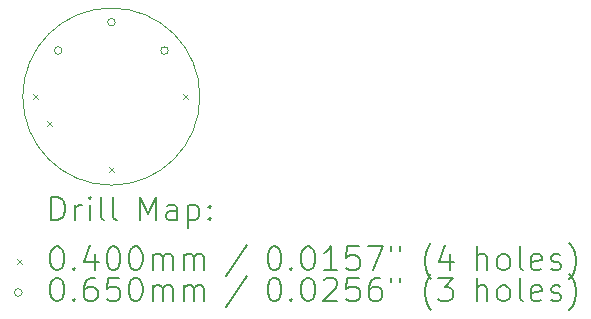
<source format=gbr>
%TF.GenerationSoftware,KiCad,Pcbnew,(7.0.0)*%
%TF.CreationDate,2024-02-11T00:04:22+02:00*%
%TF.ProjectId,cap-touch-sensor,6361702d-746f-4756-9368-2d73656e736f,rev?*%
%TF.SameCoordinates,Original*%
%TF.FileFunction,Drillmap*%
%TF.FilePolarity,Positive*%
%FSLAX45Y45*%
G04 Gerber Fmt 4.5, Leading zero omitted, Abs format (unit mm)*
G04 Created by KiCad (PCBNEW (7.0.0)) date 2024-02-11 00:04:22*
%MOMM*%
%LPD*%
G01*
G04 APERTURE LIST*
%ADD10C,0.100000*%
%ADD11C,0.200000*%
%ADD12C,0.040000*%
%ADD13C,0.065000*%
G04 APERTURE END LIST*
D10*
X1500000Y-750000D02*
G75*
G03*
X1500000Y-750000I-750000J0D01*
G01*
D11*
D12*
X90000Y-730000D02*
X130000Y-770000D01*
X130000Y-730000D02*
X90000Y-770000D01*
X205000Y-955000D02*
X245000Y-995000D01*
X245000Y-955000D02*
X205000Y-995000D01*
X730000Y-1350000D02*
X770000Y-1390000D01*
X770000Y-1350000D02*
X730000Y-1390000D01*
X1360000Y-730000D02*
X1400000Y-770000D01*
X1400000Y-730000D02*
X1360000Y-770000D01*
D13*
X332500Y-360000D02*
G75*
G03*
X332500Y-360000I-32500J0D01*
G01*
X782500Y-120000D02*
G75*
G03*
X782500Y-120000I-32500J0D01*
G01*
X1232500Y-360000D02*
G75*
G03*
X1232500Y-360000I-32500J0D01*
G01*
D11*
X242619Y-1798476D02*
X242619Y-1598476D01*
X242619Y-1598476D02*
X290238Y-1598476D01*
X290238Y-1598476D02*
X318810Y-1608000D01*
X318810Y-1608000D02*
X337857Y-1627048D01*
X337857Y-1627048D02*
X347381Y-1646095D01*
X347381Y-1646095D02*
X356905Y-1684190D01*
X356905Y-1684190D02*
X356905Y-1712762D01*
X356905Y-1712762D02*
X347381Y-1750857D01*
X347381Y-1750857D02*
X337857Y-1769905D01*
X337857Y-1769905D02*
X318810Y-1788952D01*
X318810Y-1788952D02*
X290238Y-1798476D01*
X290238Y-1798476D02*
X242619Y-1798476D01*
X442619Y-1798476D02*
X442619Y-1665143D01*
X442619Y-1703238D02*
X452143Y-1684190D01*
X452143Y-1684190D02*
X461667Y-1674667D01*
X461667Y-1674667D02*
X480714Y-1665143D01*
X480714Y-1665143D02*
X499762Y-1665143D01*
X566429Y-1798476D02*
X566429Y-1665143D01*
X566429Y-1598476D02*
X556905Y-1608000D01*
X556905Y-1608000D02*
X566429Y-1617524D01*
X566429Y-1617524D02*
X575952Y-1608000D01*
X575952Y-1608000D02*
X566429Y-1598476D01*
X566429Y-1598476D02*
X566429Y-1617524D01*
X690238Y-1798476D02*
X671190Y-1788952D01*
X671190Y-1788952D02*
X661667Y-1769905D01*
X661667Y-1769905D02*
X661667Y-1598476D01*
X795000Y-1798476D02*
X775952Y-1788952D01*
X775952Y-1788952D02*
X766428Y-1769905D01*
X766428Y-1769905D02*
X766428Y-1598476D01*
X991190Y-1798476D02*
X991190Y-1598476D01*
X991190Y-1598476D02*
X1057857Y-1741333D01*
X1057857Y-1741333D02*
X1124524Y-1598476D01*
X1124524Y-1598476D02*
X1124524Y-1798476D01*
X1305476Y-1798476D02*
X1305476Y-1693714D01*
X1305476Y-1693714D02*
X1295952Y-1674667D01*
X1295952Y-1674667D02*
X1276905Y-1665143D01*
X1276905Y-1665143D02*
X1238809Y-1665143D01*
X1238809Y-1665143D02*
X1219762Y-1674667D01*
X1305476Y-1788952D02*
X1286429Y-1798476D01*
X1286429Y-1798476D02*
X1238809Y-1798476D01*
X1238809Y-1798476D02*
X1219762Y-1788952D01*
X1219762Y-1788952D02*
X1210238Y-1769905D01*
X1210238Y-1769905D02*
X1210238Y-1750857D01*
X1210238Y-1750857D02*
X1219762Y-1731809D01*
X1219762Y-1731809D02*
X1238809Y-1722286D01*
X1238809Y-1722286D02*
X1286429Y-1722286D01*
X1286429Y-1722286D02*
X1305476Y-1712762D01*
X1400714Y-1665143D02*
X1400714Y-1865143D01*
X1400714Y-1674667D02*
X1419762Y-1665143D01*
X1419762Y-1665143D02*
X1457857Y-1665143D01*
X1457857Y-1665143D02*
X1476905Y-1674667D01*
X1476905Y-1674667D02*
X1486428Y-1684190D01*
X1486428Y-1684190D02*
X1495952Y-1703238D01*
X1495952Y-1703238D02*
X1495952Y-1760381D01*
X1495952Y-1760381D02*
X1486428Y-1779428D01*
X1486428Y-1779428D02*
X1476905Y-1788952D01*
X1476905Y-1788952D02*
X1457857Y-1798476D01*
X1457857Y-1798476D02*
X1419762Y-1798476D01*
X1419762Y-1798476D02*
X1400714Y-1788952D01*
X1581667Y-1779428D02*
X1591190Y-1788952D01*
X1591190Y-1788952D02*
X1581667Y-1798476D01*
X1581667Y-1798476D02*
X1572143Y-1788952D01*
X1572143Y-1788952D02*
X1581667Y-1779428D01*
X1581667Y-1779428D02*
X1581667Y-1798476D01*
X1581667Y-1674667D02*
X1591190Y-1684190D01*
X1591190Y-1684190D02*
X1581667Y-1693714D01*
X1581667Y-1693714D02*
X1572143Y-1684190D01*
X1572143Y-1684190D02*
X1581667Y-1674667D01*
X1581667Y-1674667D02*
X1581667Y-1693714D01*
D12*
X-45000Y-2125000D02*
X-5000Y-2165000D01*
X-5000Y-2125000D02*
X-45000Y-2165000D01*
D11*
X280714Y-2018476D02*
X299762Y-2018476D01*
X299762Y-2018476D02*
X318810Y-2028000D01*
X318810Y-2028000D02*
X328333Y-2037524D01*
X328333Y-2037524D02*
X337857Y-2056571D01*
X337857Y-2056571D02*
X347381Y-2094667D01*
X347381Y-2094667D02*
X347381Y-2142286D01*
X347381Y-2142286D02*
X337857Y-2180381D01*
X337857Y-2180381D02*
X328333Y-2199429D01*
X328333Y-2199429D02*
X318810Y-2208952D01*
X318810Y-2208952D02*
X299762Y-2218476D01*
X299762Y-2218476D02*
X280714Y-2218476D01*
X280714Y-2218476D02*
X261667Y-2208952D01*
X261667Y-2208952D02*
X252143Y-2199429D01*
X252143Y-2199429D02*
X242619Y-2180381D01*
X242619Y-2180381D02*
X233095Y-2142286D01*
X233095Y-2142286D02*
X233095Y-2094667D01*
X233095Y-2094667D02*
X242619Y-2056571D01*
X242619Y-2056571D02*
X252143Y-2037524D01*
X252143Y-2037524D02*
X261667Y-2028000D01*
X261667Y-2028000D02*
X280714Y-2018476D01*
X433095Y-2199429D02*
X442619Y-2208952D01*
X442619Y-2208952D02*
X433095Y-2218476D01*
X433095Y-2218476D02*
X423571Y-2208952D01*
X423571Y-2208952D02*
X433095Y-2199429D01*
X433095Y-2199429D02*
X433095Y-2218476D01*
X614048Y-2085143D02*
X614048Y-2218476D01*
X566429Y-2008952D02*
X518809Y-2151810D01*
X518809Y-2151810D02*
X642619Y-2151810D01*
X756905Y-2018476D02*
X775952Y-2018476D01*
X775952Y-2018476D02*
X795000Y-2028000D01*
X795000Y-2028000D02*
X804524Y-2037524D01*
X804524Y-2037524D02*
X814048Y-2056571D01*
X814048Y-2056571D02*
X823571Y-2094667D01*
X823571Y-2094667D02*
X823571Y-2142286D01*
X823571Y-2142286D02*
X814048Y-2180381D01*
X814048Y-2180381D02*
X804524Y-2199429D01*
X804524Y-2199429D02*
X795000Y-2208952D01*
X795000Y-2208952D02*
X775952Y-2218476D01*
X775952Y-2218476D02*
X756905Y-2218476D01*
X756905Y-2218476D02*
X737857Y-2208952D01*
X737857Y-2208952D02*
X728333Y-2199429D01*
X728333Y-2199429D02*
X718809Y-2180381D01*
X718809Y-2180381D02*
X709286Y-2142286D01*
X709286Y-2142286D02*
X709286Y-2094667D01*
X709286Y-2094667D02*
X718809Y-2056571D01*
X718809Y-2056571D02*
X728333Y-2037524D01*
X728333Y-2037524D02*
X737857Y-2028000D01*
X737857Y-2028000D02*
X756905Y-2018476D01*
X947381Y-2018476D02*
X966429Y-2018476D01*
X966429Y-2018476D02*
X985476Y-2028000D01*
X985476Y-2028000D02*
X995000Y-2037524D01*
X995000Y-2037524D02*
X1004524Y-2056571D01*
X1004524Y-2056571D02*
X1014048Y-2094667D01*
X1014048Y-2094667D02*
X1014048Y-2142286D01*
X1014048Y-2142286D02*
X1004524Y-2180381D01*
X1004524Y-2180381D02*
X995000Y-2199429D01*
X995000Y-2199429D02*
X985476Y-2208952D01*
X985476Y-2208952D02*
X966429Y-2218476D01*
X966429Y-2218476D02*
X947381Y-2218476D01*
X947381Y-2218476D02*
X928333Y-2208952D01*
X928333Y-2208952D02*
X918809Y-2199429D01*
X918809Y-2199429D02*
X909286Y-2180381D01*
X909286Y-2180381D02*
X899762Y-2142286D01*
X899762Y-2142286D02*
X899762Y-2094667D01*
X899762Y-2094667D02*
X909286Y-2056571D01*
X909286Y-2056571D02*
X918809Y-2037524D01*
X918809Y-2037524D02*
X928333Y-2028000D01*
X928333Y-2028000D02*
X947381Y-2018476D01*
X1099762Y-2218476D02*
X1099762Y-2085143D01*
X1099762Y-2104190D02*
X1109286Y-2094667D01*
X1109286Y-2094667D02*
X1128333Y-2085143D01*
X1128333Y-2085143D02*
X1156905Y-2085143D01*
X1156905Y-2085143D02*
X1175952Y-2094667D01*
X1175952Y-2094667D02*
X1185476Y-2113714D01*
X1185476Y-2113714D02*
X1185476Y-2218476D01*
X1185476Y-2113714D02*
X1195000Y-2094667D01*
X1195000Y-2094667D02*
X1214048Y-2085143D01*
X1214048Y-2085143D02*
X1242619Y-2085143D01*
X1242619Y-2085143D02*
X1261667Y-2094667D01*
X1261667Y-2094667D02*
X1271191Y-2113714D01*
X1271191Y-2113714D02*
X1271191Y-2218476D01*
X1366429Y-2218476D02*
X1366429Y-2085143D01*
X1366429Y-2104190D02*
X1375952Y-2094667D01*
X1375952Y-2094667D02*
X1395000Y-2085143D01*
X1395000Y-2085143D02*
X1423571Y-2085143D01*
X1423571Y-2085143D02*
X1442619Y-2094667D01*
X1442619Y-2094667D02*
X1452143Y-2113714D01*
X1452143Y-2113714D02*
X1452143Y-2218476D01*
X1452143Y-2113714D02*
X1461667Y-2094667D01*
X1461667Y-2094667D02*
X1480714Y-2085143D01*
X1480714Y-2085143D02*
X1509286Y-2085143D01*
X1509286Y-2085143D02*
X1528333Y-2094667D01*
X1528333Y-2094667D02*
X1537857Y-2113714D01*
X1537857Y-2113714D02*
X1537857Y-2218476D01*
X1895952Y-2008952D02*
X1724524Y-2266095D01*
X2120714Y-2018476D02*
X2139762Y-2018476D01*
X2139762Y-2018476D02*
X2158810Y-2028000D01*
X2158810Y-2028000D02*
X2168333Y-2037524D01*
X2168333Y-2037524D02*
X2177857Y-2056571D01*
X2177857Y-2056571D02*
X2187381Y-2094667D01*
X2187381Y-2094667D02*
X2187381Y-2142286D01*
X2187381Y-2142286D02*
X2177857Y-2180381D01*
X2177857Y-2180381D02*
X2168333Y-2199429D01*
X2168333Y-2199429D02*
X2158810Y-2208952D01*
X2158810Y-2208952D02*
X2139762Y-2218476D01*
X2139762Y-2218476D02*
X2120714Y-2218476D01*
X2120714Y-2218476D02*
X2101667Y-2208952D01*
X2101667Y-2208952D02*
X2092143Y-2199429D01*
X2092143Y-2199429D02*
X2082619Y-2180381D01*
X2082619Y-2180381D02*
X2073095Y-2142286D01*
X2073095Y-2142286D02*
X2073095Y-2094667D01*
X2073095Y-2094667D02*
X2082619Y-2056571D01*
X2082619Y-2056571D02*
X2092143Y-2037524D01*
X2092143Y-2037524D02*
X2101667Y-2028000D01*
X2101667Y-2028000D02*
X2120714Y-2018476D01*
X2273095Y-2199429D02*
X2282619Y-2208952D01*
X2282619Y-2208952D02*
X2273095Y-2218476D01*
X2273095Y-2218476D02*
X2263572Y-2208952D01*
X2263572Y-2208952D02*
X2273095Y-2199429D01*
X2273095Y-2199429D02*
X2273095Y-2218476D01*
X2406429Y-2018476D02*
X2425476Y-2018476D01*
X2425476Y-2018476D02*
X2444524Y-2028000D01*
X2444524Y-2028000D02*
X2454048Y-2037524D01*
X2454048Y-2037524D02*
X2463572Y-2056571D01*
X2463572Y-2056571D02*
X2473095Y-2094667D01*
X2473095Y-2094667D02*
X2473095Y-2142286D01*
X2473095Y-2142286D02*
X2463572Y-2180381D01*
X2463572Y-2180381D02*
X2454048Y-2199429D01*
X2454048Y-2199429D02*
X2444524Y-2208952D01*
X2444524Y-2208952D02*
X2425476Y-2218476D01*
X2425476Y-2218476D02*
X2406429Y-2218476D01*
X2406429Y-2218476D02*
X2387381Y-2208952D01*
X2387381Y-2208952D02*
X2377857Y-2199429D01*
X2377857Y-2199429D02*
X2368333Y-2180381D01*
X2368333Y-2180381D02*
X2358810Y-2142286D01*
X2358810Y-2142286D02*
X2358810Y-2094667D01*
X2358810Y-2094667D02*
X2368333Y-2056571D01*
X2368333Y-2056571D02*
X2377857Y-2037524D01*
X2377857Y-2037524D02*
X2387381Y-2028000D01*
X2387381Y-2028000D02*
X2406429Y-2018476D01*
X2663572Y-2218476D02*
X2549286Y-2218476D01*
X2606429Y-2218476D02*
X2606429Y-2018476D01*
X2606429Y-2018476D02*
X2587381Y-2047048D01*
X2587381Y-2047048D02*
X2568333Y-2066095D01*
X2568333Y-2066095D02*
X2549286Y-2075619D01*
X2844524Y-2018476D02*
X2749286Y-2018476D01*
X2749286Y-2018476D02*
X2739762Y-2113714D01*
X2739762Y-2113714D02*
X2749286Y-2104190D01*
X2749286Y-2104190D02*
X2768333Y-2094667D01*
X2768333Y-2094667D02*
X2815952Y-2094667D01*
X2815952Y-2094667D02*
X2835000Y-2104190D01*
X2835000Y-2104190D02*
X2844524Y-2113714D01*
X2844524Y-2113714D02*
X2854048Y-2132762D01*
X2854048Y-2132762D02*
X2854048Y-2180381D01*
X2854048Y-2180381D02*
X2844524Y-2199429D01*
X2844524Y-2199429D02*
X2835000Y-2208952D01*
X2835000Y-2208952D02*
X2815952Y-2218476D01*
X2815952Y-2218476D02*
X2768333Y-2218476D01*
X2768333Y-2218476D02*
X2749286Y-2208952D01*
X2749286Y-2208952D02*
X2739762Y-2199429D01*
X2920714Y-2018476D02*
X3054048Y-2018476D01*
X3054048Y-2018476D02*
X2968333Y-2218476D01*
X3120714Y-2018476D02*
X3120714Y-2056571D01*
X3196905Y-2018476D02*
X3196905Y-2056571D01*
X3459762Y-2294667D02*
X3450238Y-2285143D01*
X3450238Y-2285143D02*
X3431191Y-2256571D01*
X3431191Y-2256571D02*
X3421667Y-2237524D01*
X3421667Y-2237524D02*
X3412143Y-2208952D01*
X3412143Y-2208952D02*
X3402619Y-2161333D01*
X3402619Y-2161333D02*
X3402619Y-2123238D01*
X3402619Y-2123238D02*
X3412143Y-2075619D01*
X3412143Y-2075619D02*
X3421667Y-2047048D01*
X3421667Y-2047048D02*
X3431191Y-2028000D01*
X3431191Y-2028000D02*
X3450238Y-1999428D01*
X3450238Y-1999428D02*
X3459762Y-1989905D01*
X3621667Y-2085143D02*
X3621667Y-2218476D01*
X3574048Y-2008952D02*
X3526429Y-2151810D01*
X3526429Y-2151810D02*
X3650238Y-2151810D01*
X3846429Y-2218476D02*
X3846429Y-2018476D01*
X3932143Y-2218476D02*
X3932143Y-2113714D01*
X3932143Y-2113714D02*
X3922619Y-2094667D01*
X3922619Y-2094667D02*
X3903572Y-2085143D01*
X3903572Y-2085143D02*
X3875000Y-2085143D01*
X3875000Y-2085143D02*
X3855952Y-2094667D01*
X3855952Y-2094667D02*
X3846429Y-2104190D01*
X4055952Y-2218476D02*
X4036905Y-2208952D01*
X4036905Y-2208952D02*
X4027381Y-2199429D01*
X4027381Y-2199429D02*
X4017857Y-2180381D01*
X4017857Y-2180381D02*
X4017857Y-2123238D01*
X4017857Y-2123238D02*
X4027381Y-2104190D01*
X4027381Y-2104190D02*
X4036905Y-2094667D01*
X4036905Y-2094667D02*
X4055952Y-2085143D01*
X4055952Y-2085143D02*
X4084524Y-2085143D01*
X4084524Y-2085143D02*
X4103572Y-2094667D01*
X4103572Y-2094667D02*
X4113095Y-2104190D01*
X4113095Y-2104190D02*
X4122619Y-2123238D01*
X4122619Y-2123238D02*
X4122619Y-2180381D01*
X4122619Y-2180381D02*
X4113095Y-2199429D01*
X4113095Y-2199429D02*
X4103572Y-2208952D01*
X4103572Y-2208952D02*
X4084524Y-2218476D01*
X4084524Y-2218476D02*
X4055952Y-2218476D01*
X4236905Y-2218476D02*
X4217857Y-2208952D01*
X4217857Y-2208952D02*
X4208334Y-2189905D01*
X4208334Y-2189905D02*
X4208334Y-2018476D01*
X4389286Y-2208952D02*
X4370238Y-2218476D01*
X4370238Y-2218476D02*
X4332143Y-2218476D01*
X4332143Y-2218476D02*
X4313095Y-2208952D01*
X4313095Y-2208952D02*
X4303572Y-2189905D01*
X4303572Y-2189905D02*
X4303572Y-2113714D01*
X4303572Y-2113714D02*
X4313095Y-2094667D01*
X4313095Y-2094667D02*
X4332143Y-2085143D01*
X4332143Y-2085143D02*
X4370238Y-2085143D01*
X4370238Y-2085143D02*
X4389286Y-2094667D01*
X4389286Y-2094667D02*
X4398810Y-2113714D01*
X4398810Y-2113714D02*
X4398810Y-2132762D01*
X4398810Y-2132762D02*
X4303572Y-2151810D01*
X4475000Y-2208952D02*
X4494048Y-2218476D01*
X4494048Y-2218476D02*
X4532143Y-2218476D01*
X4532143Y-2218476D02*
X4551191Y-2208952D01*
X4551191Y-2208952D02*
X4560715Y-2189905D01*
X4560715Y-2189905D02*
X4560715Y-2180381D01*
X4560715Y-2180381D02*
X4551191Y-2161333D01*
X4551191Y-2161333D02*
X4532143Y-2151810D01*
X4532143Y-2151810D02*
X4503572Y-2151810D01*
X4503572Y-2151810D02*
X4484524Y-2142286D01*
X4484524Y-2142286D02*
X4475000Y-2123238D01*
X4475000Y-2123238D02*
X4475000Y-2113714D01*
X4475000Y-2113714D02*
X4484524Y-2094667D01*
X4484524Y-2094667D02*
X4503572Y-2085143D01*
X4503572Y-2085143D02*
X4532143Y-2085143D01*
X4532143Y-2085143D02*
X4551191Y-2094667D01*
X4627381Y-2294667D02*
X4636905Y-2285143D01*
X4636905Y-2285143D02*
X4655953Y-2256571D01*
X4655953Y-2256571D02*
X4665476Y-2237524D01*
X4665476Y-2237524D02*
X4675000Y-2208952D01*
X4675000Y-2208952D02*
X4684524Y-2161333D01*
X4684524Y-2161333D02*
X4684524Y-2123238D01*
X4684524Y-2123238D02*
X4675000Y-2075619D01*
X4675000Y-2075619D02*
X4665476Y-2047048D01*
X4665476Y-2047048D02*
X4655953Y-2028000D01*
X4655953Y-2028000D02*
X4636905Y-1999428D01*
X4636905Y-1999428D02*
X4627381Y-1989905D01*
D13*
X-5000Y-2409000D02*
G75*
G03*
X-5000Y-2409000I-32500J0D01*
G01*
D11*
X280714Y-2282476D02*
X299762Y-2282476D01*
X299762Y-2282476D02*
X318810Y-2292000D01*
X318810Y-2292000D02*
X328333Y-2301524D01*
X328333Y-2301524D02*
X337857Y-2320571D01*
X337857Y-2320571D02*
X347381Y-2358667D01*
X347381Y-2358667D02*
X347381Y-2406286D01*
X347381Y-2406286D02*
X337857Y-2444381D01*
X337857Y-2444381D02*
X328333Y-2463429D01*
X328333Y-2463429D02*
X318810Y-2472952D01*
X318810Y-2472952D02*
X299762Y-2482476D01*
X299762Y-2482476D02*
X280714Y-2482476D01*
X280714Y-2482476D02*
X261667Y-2472952D01*
X261667Y-2472952D02*
X252143Y-2463429D01*
X252143Y-2463429D02*
X242619Y-2444381D01*
X242619Y-2444381D02*
X233095Y-2406286D01*
X233095Y-2406286D02*
X233095Y-2358667D01*
X233095Y-2358667D02*
X242619Y-2320571D01*
X242619Y-2320571D02*
X252143Y-2301524D01*
X252143Y-2301524D02*
X261667Y-2292000D01*
X261667Y-2292000D02*
X280714Y-2282476D01*
X433095Y-2463429D02*
X442619Y-2472952D01*
X442619Y-2472952D02*
X433095Y-2482476D01*
X433095Y-2482476D02*
X423571Y-2472952D01*
X423571Y-2472952D02*
X433095Y-2463429D01*
X433095Y-2463429D02*
X433095Y-2482476D01*
X614048Y-2282476D02*
X575952Y-2282476D01*
X575952Y-2282476D02*
X556905Y-2292000D01*
X556905Y-2292000D02*
X547381Y-2301524D01*
X547381Y-2301524D02*
X528333Y-2330095D01*
X528333Y-2330095D02*
X518809Y-2368190D01*
X518809Y-2368190D02*
X518809Y-2444381D01*
X518809Y-2444381D02*
X528333Y-2463429D01*
X528333Y-2463429D02*
X537857Y-2472952D01*
X537857Y-2472952D02*
X556905Y-2482476D01*
X556905Y-2482476D02*
X595000Y-2482476D01*
X595000Y-2482476D02*
X614048Y-2472952D01*
X614048Y-2472952D02*
X623571Y-2463429D01*
X623571Y-2463429D02*
X633095Y-2444381D01*
X633095Y-2444381D02*
X633095Y-2396762D01*
X633095Y-2396762D02*
X623571Y-2377714D01*
X623571Y-2377714D02*
X614048Y-2368190D01*
X614048Y-2368190D02*
X595000Y-2358667D01*
X595000Y-2358667D02*
X556905Y-2358667D01*
X556905Y-2358667D02*
X537857Y-2368190D01*
X537857Y-2368190D02*
X528333Y-2377714D01*
X528333Y-2377714D02*
X518809Y-2396762D01*
X814048Y-2282476D02*
X718809Y-2282476D01*
X718809Y-2282476D02*
X709286Y-2377714D01*
X709286Y-2377714D02*
X718809Y-2368190D01*
X718809Y-2368190D02*
X737857Y-2358667D01*
X737857Y-2358667D02*
X785476Y-2358667D01*
X785476Y-2358667D02*
X804524Y-2368190D01*
X804524Y-2368190D02*
X814048Y-2377714D01*
X814048Y-2377714D02*
X823571Y-2396762D01*
X823571Y-2396762D02*
X823571Y-2444381D01*
X823571Y-2444381D02*
X814048Y-2463429D01*
X814048Y-2463429D02*
X804524Y-2472952D01*
X804524Y-2472952D02*
X785476Y-2482476D01*
X785476Y-2482476D02*
X737857Y-2482476D01*
X737857Y-2482476D02*
X718809Y-2472952D01*
X718809Y-2472952D02*
X709286Y-2463429D01*
X947381Y-2282476D02*
X966429Y-2282476D01*
X966429Y-2282476D02*
X985476Y-2292000D01*
X985476Y-2292000D02*
X995000Y-2301524D01*
X995000Y-2301524D02*
X1004524Y-2320571D01*
X1004524Y-2320571D02*
X1014048Y-2358667D01*
X1014048Y-2358667D02*
X1014048Y-2406286D01*
X1014048Y-2406286D02*
X1004524Y-2444381D01*
X1004524Y-2444381D02*
X995000Y-2463429D01*
X995000Y-2463429D02*
X985476Y-2472952D01*
X985476Y-2472952D02*
X966429Y-2482476D01*
X966429Y-2482476D02*
X947381Y-2482476D01*
X947381Y-2482476D02*
X928333Y-2472952D01*
X928333Y-2472952D02*
X918809Y-2463429D01*
X918809Y-2463429D02*
X909286Y-2444381D01*
X909286Y-2444381D02*
X899762Y-2406286D01*
X899762Y-2406286D02*
X899762Y-2358667D01*
X899762Y-2358667D02*
X909286Y-2320571D01*
X909286Y-2320571D02*
X918809Y-2301524D01*
X918809Y-2301524D02*
X928333Y-2292000D01*
X928333Y-2292000D02*
X947381Y-2282476D01*
X1099762Y-2482476D02*
X1099762Y-2349143D01*
X1099762Y-2368190D02*
X1109286Y-2358667D01*
X1109286Y-2358667D02*
X1128333Y-2349143D01*
X1128333Y-2349143D02*
X1156905Y-2349143D01*
X1156905Y-2349143D02*
X1175952Y-2358667D01*
X1175952Y-2358667D02*
X1185476Y-2377714D01*
X1185476Y-2377714D02*
X1185476Y-2482476D01*
X1185476Y-2377714D02*
X1195000Y-2358667D01*
X1195000Y-2358667D02*
X1214048Y-2349143D01*
X1214048Y-2349143D02*
X1242619Y-2349143D01*
X1242619Y-2349143D02*
X1261667Y-2358667D01*
X1261667Y-2358667D02*
X1271191Y-2377714D01*
X1271191Y-2377714D02*
X1271191Y-2482476D01*
X1366429Y-2482476D02*
X1366429Y-2349143D01*
X1366429Y-2368190D02*
X1375952Y-2358667D01*
X1375952Y-2358667D02*
X1395000Y-2349143D01*
X1395000Y-2349143D02*
X1423571Y-2349143D01*
X1423571Y-2349143D02*
X1442619Y-2358667D01*
X1442619Y-2358667D02*
X1452143Y-2377714D01*
X1452143Y-2377714D02*
X1452143Y-2482476D01*
X1452143Y-2377714D02*
X1461667Y-2358667D01*
X1461667Y-2358667D02*
X1480714Y-2349143D01*
X1480714Y-2349143D02*
X1509286Y-2349143D01*
X1509286Y-2349143D02*
X1528333Y-2358667D01*
X1528333Y-2358667D02*
X1537857Y-2377714D01*
X1537857Y-2377714D02*
X1537857Y-2482476D01*
X1895952Y-2272952D02*
X1724524Y-2530095D01*
X2120714Y-2282476D02*
X2139762Y-2282476D01*
X2139762Y-2282476D02*
X2158810Y-2292000D01*
X2158810Y-2292000D02*
X2168333Y-2301524D01*
X2168333Y-2301524D02*
X2177857Y-2320571D01*
X2177857Y-2320571D02*
X2187381Y-2358667D01*
X2187381Y-2358667D02*
X2187381Y-2406286D01*
X2187381Y-2406286D02*
X2177857Y-2444381D01*
X2177857Y-2444381D02*
X2168333Y-2463429D01*
X2168333Y-2463429D02*
X2158810Y-2472952D01*
X2158810Y-2472952D02*
X2139762Y-2482476D01*
X2139762Y-2482476D02*
X2120714Y-2482476D01*
X2120714Y-2482476D02*
X2101667Y-2472952D01*
X2101667Y-2472952D02*
X2092143Y-2463429D01*
X2092143Y-2463429D02*
X2082619Y-2444381D01*
X2082619Y-2444381D02*
X2073095Y-2406286D01*
X2073095Y-2406286D02*
X2073095Y-2358667D01*
X2073095Y-2358667D02*
X2082619Y-2320571D01*
X2082619Y-2320571D02*
X2092143Y-2301524D01*
X2092143Y-2301524D02*
X2101667Y-2292000D01*
X2101667Y-2292000D02*
X2120714Y-2282476D01*
X2273095Y-2463429D02*
X2282619Y-2472952D01*
X2282619Y-2472952D02*
X2273095Y-2482476D01*
X2273095Y-2482476D02*
X2263572Y-2472952D01*
X2263572Y-2472952D02*
X2273095Y-2463429D01*
X2273095Y-2463429D02*
X2273095Y-2482476D01*
X2406429Y-2282476D02*
X2425476Y-2282476D01*
X2425476Y-2282476D02*
X2444524Y-2292000D01*
X2444524Y-2292000D02*
X2454048Y-2301524D01*
X2454048Y-2301524D02*
X2463572Y-2320571D01*
X2463572Y-2320571D02*
X2473095Y-2358667D01*
X2473095Y-2358667D02*
X2473095Y-2406286D01*
X2473095Y-2406286D02*
X2463572Y-2444381D01*
X2463572Y-2444381D02*
X2454048Y-2463429D01*
X2454048Y-2463429D02*
X2444524Y-2472952D01*
X2444524Y-2472952D02*
X2425476Y-2482476D01*
X2425476Y-2482476D02*
X2406429Y-2482476D01*
X2406429Y-2482476D02*
X2387381Y-2472952D01*
X2387381Y-2472952D02*
X2377857Y-2463429D01*
X2377857Y-2463429D02*
X2368333Y-2444381D01*
X2368333Y-2444381D02*
X2358810Y-2406286D01*
X2358810Y-2406286D02*
X2358810Y-2358667D01*
X2358810Y-2358667D02*
X2368333Y-2320571D01*
X2368333Y-2320571D02*
X2377857Y-2301524D01*
X2377857Y-2301524D02*
X2387381Y-2292000D01*
X2387381Y-2292000D02*
X2406429Y-2282476D01*
X2549286Y-2301524D02*
X2558810Y-2292000D01*
X2558810Y-2292000D02*
X2577857Y-2282476D01*
X2577857Y-2282476D02*
X2625476Y-2282476D01*
X2625476Y-2282476D02*
X2644524Y-2292000D01*
X2644524Y-2292000D02*
X2654048Y-2301524D01*
X2654048Y-2301524D02*
X2663572Y-2320571D01*
X2663572Y-2320571D02*
X2663572Y-2339619D01*
X2663572Y-2339619D02*
X2654048Y-2368190D01*
X2654048Y-2368190D02*
X2539762Y-2482476D01*
X2539762Y-2482476D02*
X2663572Y-2482476D01*
X2844524Y-2282476D02*
X2749286Y-2282476D01*
X2749286Y-2282476D02*
X2739762Y-2377714D01*
X2739762Y-2377714D02*
X2749286Y-2368190D01*
X2749286Y-2368190D02*
X2768333Y-2358667D01*
X2768333Y-2358667D02*
X2815952Y-2358667D01*
X2815952Y-2358667D02*
X2835000Y-2368190D01*
X2835000Y-2368190D02*
X2844524Y-2377714D01*
X2844524Y-2377714D02*
X2854048Y-2396762D01*
X2854048Y-2396762D02*
X2854048Y-2444381D01*
X2854048Y-2444381D02*
X2844524Y-2463429D01*
X2844524Y-2463429D02*
X2835000Y-2472952D01*
X2835000Y-2472952D02*
X2815952Y-2482476D01*
X2815952Y-2482476D02*
X2768333Y-2482476D01*
X2768333Y-2482476D02*
X2749286Y-2472952D01*
X2749286Y-2472952D02*
X2739762Y-2463429D01*
X3025476Y-2282476D02*
X2987381Y-2282476D01*
X2987381Y-2282476D02*
X2968333Y-2292000D01*
X2968333Y-2292000D02*
X2958810Y-2301524D01*
X2958810Y-2301524D02*
X2939762Y-2330095D01*
X2939762Y-2330095D02*
X2930238Y-2368190D01*
X2930238Y-2368190D02*
X2930238Y-2444381D01*
X2930238Y-2444381D02*
X2939762Y-2463429D01*
X2939762Y-2463429D02*
X2949286Y-2472952D01*
X2949286Y-2472952D02*
X2968333Y-2482476D01*
X2968333Y-2482476D02*
X3006429Y-2482476D01*
X3006429Y-2482476D02*
X3025476Y-2472952D01*
X3025476Y-2472952D02*
X3035000Y-2463429D01*
X3035000Y-2463429D02*
X3044524Y-2444381D01*
X3044524Y-2444381D02*
X3044524Y-2396762D01*
X3044524Y-2396762D02*
X3035000Y-2377714D01*
X3035000Y-2377714D02*
X3025476Y-2368190D01*
X3025476Y-2368190D02*
X3006429Y-2358667D01*
X3006429Y-2358667D02*
X2968333Y-2358667D01*
X2968333Y-2358667D02*
X2949286Y-2368190D01*
X2949286Y-2368190D02*
X2939762Y-2377714D01*
X2939762Y-2377714D02*
X2930238Y-2396762D01*
X3120714Y-2282476D02*
X3120714Y-2320571D01*
X3196905Y-2282476D02*
X3196905Y-2320571D01*
X3459762Y-2558667D02*
X3450238Y-2549143D01*
X3450238Y-2549143D02*
X3431191Y-2520571D01*
X3431191Y-2520571D02*
X3421667Y-2501524D01*
X3421667Y-2501524D02*
X3412143Y-2472952D01*
X3412143Y-2472952D02*
X3402619Y-2425333D01*
X3402619Y-2425333D02*
X3402619Y-2387238D01*
X3402619Y-2387238D02*
X3412143Y-2339619D01*
X3412143Y-2339619D02*
X3421667Y-2311048D01*
X3421667Y-2311048D02*
X3431191Y-2292000D01*
X3431191Y-2292000D02*
X3450238Y-2263429D01*
X3450238Y-2263429D02*
X3459762Y-2253905D01*
X3516905Y-2282476D02*
X3640714Y-2282476D01*
X3640714Y-2282476D02*
X3574048Y-2358667D01*
X3574048Y-2358667D02*
X3602619Y-2358667D01*
X3602619Y-2358667D02*
X3621667Y-2368190D01*
X3621667Y-2368190D02*
X3631191Y-2377714D01*
X3631191Y-2377714D02*
X3640714Y-2396762D01*
X3640714Y-2396762D02*
X3640714Y-2444381D01*
X3640714Y-2444381D02*
X3631191Y-2463429D01*
X3631191Y-2463429D02*
X3621667Y-2472952D01*
X3621667Y-2472952D02*
X3602619Y-2482476D01*
X3602619Y-2482476D02*
X3545476Y-2482476D01*
X3545476Y-2482476D02*
X3526429Y-2472952D01*
X3526429Y-2472952D02*
X3516905Y-2463429D01*
X3846429Y-2482476D02*
X3846429Y-2282476D01*
X3932143Y-2482476D02*
X3932143Y-2377714D01*
X3932143Y-2377714D02*
X3922619Y-2358667D01*
X3922619Y-2358667D02*
X3903572Y-2349143D01*
X3903572Y-2349143D02*
X3875000Y-2349143D01*
X3875000Y-2349143D02*
X3855952Y-2358667D01*
X3855952Y-2358667D02*
X3846429Y-2368190D01*
X4055952Y-2482476D02*
X4036905Y-2472952D01*
X4036905Y-2472952D02*
X4027381Y-2463429D01*
X4027381Y-2463429D02*
X4017857Y-2444381D01*
X4017857Y-2444381D02*
X4017857Y-2387238D01*
X4017857Y-2387238D02*
X4027381Y-2368190D01*
X4027381Y-2368190D02*
X4036905Y-2358667D01*
X4036905Y-2358667D02*
X4055952Y-2349143D01*
X4055952Y-2349143D02*
X4084524Y-2349143D01*
X4084524Y-2349143D02*
X4103572Y-2358667D01*
X4103572Y-2358667D02*
X4113095Y-2368190D01*
X4113095Y-2368190D02*
X4122619Y-2387238D01*
X4122619Y-2387238D02*
X4122619Y-2444381D01*
X4122619Y-2444381D02*
X4113095Y-2463429D01*
X4113095Y-2463429D02*
X4103572Y-2472952D01*
X4103572Y-2472952D02*
X4084524Y-2482476D01*
X4084524Y-2482476D02*
X4055952Y-2482476D01*
X4236905Y-2482476D02*
X4217857Y-2472952D01*
X4217857Y-2472952D02*
X4208334Y-2453905D01*
X4208334Y-2453905D02*
X4208334Y-2282476D01*
X4389286Y-2472952D02*
X4370238Y-2482476D01*
X4370238Y-2482476D02*
X4332143Y-2482476D01*
X4332143Y-2482476D02*
X4313095Y-2472952D01*
X4313095Y-2472952D02*
X4303572Y-2453905D01*
X4303572Y-2453905D02*
X4303572Y-2377714D01*
X4303572Y-2377714D02*
X4313095Y-2358667D01*
X4313095Y-2358667D02*
X4332143Y-2349143D01*
X4332143Y-2349143D02*
X4370238Y-2349143D01*
X4370238Y-2349143D02*
X4389286Y-2358667D01*
X4389286Y-2358667D02*
X4398810Y-2377714D01*
X4398810Y-2377714D02*
X4398810Y-2396762D01*
X4398810Y-2396762D02*
X4303572Y-2415810D01*
X4475000Y-2472952D02*
X4494048Y-2482476D01*
X4494048Y-2482476D02*
X4532143Y-2482476D01*
X4532143Y-2482476D02*
X4551191Y-2472952D01*
X4551191Y-2472952D02*
X4560715Y-2453905D01*
X4560715Y-2453905D02*
X4560715Y-2444381D01*
X4560715Y-2444381D02*
X4551191Y-2425333D01*
X4551191Y-2425333D02*
X4532143Y-2415810D01*
X4532143Y-2415810D02*
X4503572Y-2415810D01*
X4503572Y-2415810D02*
X4484524Y-2406286D01*
X4484524Y-2406286D02*
X4475000Y-2387238D01*
X4475000Y-2387238D02*
X4475000Y-2377714D01*
X4475000Y-2377714D02*
X4484524Y-2358667D01*
X4484524Y-2358667D02*
X4503572Y-2349143D01*
X4503572Y-2349143D02*
X4532143Y-2349143D01*
X4532143Y-2349143D02*
X4551191Y-2358667D01*
X4627381Y-2558667D02*
X4636905Y-2549143D01*
X4636905Y-2549143D02*
X4655953Y-2520571D01*
X4655953Y-2520571D02*
X4665476Y-2501524D01*
X4665476Y-2501524D02*
X4675000Y-2472952D01*
X4675000Y-2472952D02*
X4684524Y-2425333D01*
X4684524Y-2425333D02*
X4684524Y-2387238D01*
X4684524Y-2387238D02*
X4675000Y-2339619D01*
X4675000Y-2339619D02*
X4665476Y-2311048D01*
X4665476Y-2311048D02*
X4655953Y-2292000D01*
X4655953Y-2292000D02*
X4636905Y-2263429D01*
X4636905Y-2263429D02*
X4627381Y-2253905D01*
M02*

</source>
